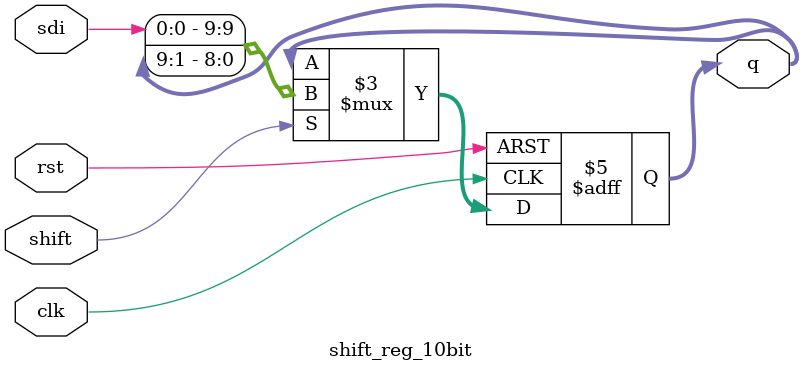
<source format=v>
`timescale 1ns / 1ps

module shift_reg_10bit
    (
    input           clk     ,
                    rst     ,
                    shift   ,
                    sdi     ,
    output reg [9:0] q
    );
    
    always@(posedge clk or posedge rst)
        if(rst)
            q   <=  10'b0;
        else if(shift)
            q   <=  {sdi, q[9:1]};
        else
            q   <=  q;
            
endmodule

</source>
